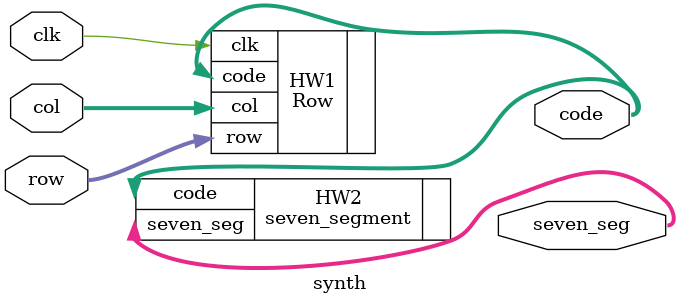
<source format=v>
`timescale 1ns / 1ps

module synth(
input clk,
input wire [1:0] row,
input wire [1:0] col,   
output wire [3:0] code,
output wire [6:0] seven_seg
    );
    generate
    Row HW1(
    .clk(clk),
    .row(row),
    .col(col),
    .code(code)
    );
    seven_segment HW2(
    .code(code),
    .seven_seg(seven_seg)
    );
    endgenerate
    
endmodule

</source>
